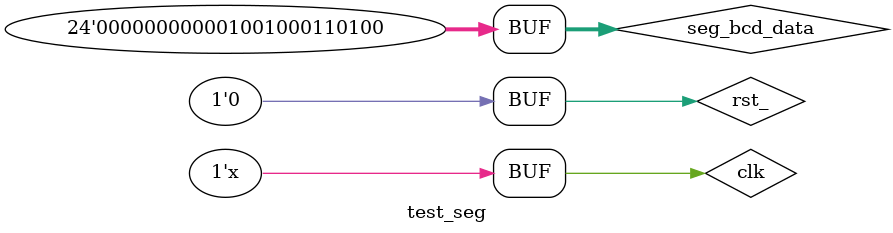
<source format=v>
`timescale 1ns/1ns

module test_seg;

reg     [23:0]  seg_bcd_data;
wire    [7:0]   seg_data;
wire    [5:0]   seg_cs;
reg     clk, rst_;

seg_display segdpy(seg_bcd_data, seg_data, seg_cs, clk, rst_);

initial begin
    clk  <= 1'b0;
    rst_ <= 1'b1;
    seg_bcd_data = 24'h1234;
    #100 
    rst_ <= 1'b0;
end

always begin
    #1 clk <= ~clk;
end

endmodule
</source>
